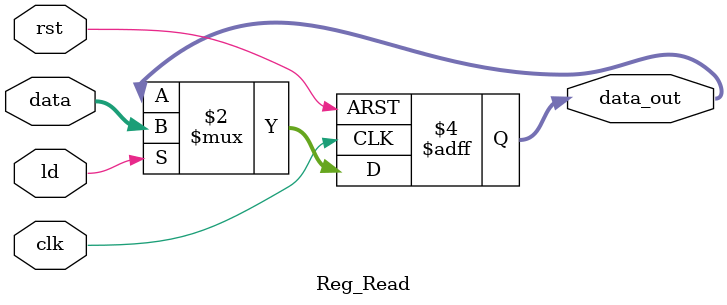
<source format=v>
module Sram_Controller (
    input clk,
    input rst,

    input wr_en,
    input rd_en,
    input [31:0] address,
    input [31:0] writeData,
    input cache_hit,
    output [63:0] readData,

    output reg ready,

    inout [15:0] SRAM_DQ,
    output reg [17:0] SRAM_ADDR,
    
    output SRAM_UB_N,
    output SRAM_LB_N,
    output reg  SRAM_WE_N,
    output  SRAM_CE_N,
    output  SRAM_OE_N
);

localparam IDLE = 3'b000, READ1 = 3'b001, READ2 = 3'b010, S3_READ = 3'b011, S4_READ=3'b100;
localparam WRITE1 = 3'b101, WRITE2 = 3'b110, S3_WRITE = 3'b111;
assign {SRAM_LB_N, SRAM_UB_N, SRAM_CE_N, SRAM_OE_N} = 4'b0000;


reg [2:0] ns, ps;

reg inc;
wire CO;
Count6 C6(clk, rst, inc, CO);

reg ld1, ld2, ld3, ld4;

Reg_Read RR1(clk, rst, ld1, SRAM_DQ, readData[15:0]);
Reg_Read RR2(clk, rst, ld2, SRAM_DQ, readData[31:16]);
Reg_Read RR3(clk, rst, ld3, SRAM_DQ, readData[47:32]);
Reg_Read RR4(clk, rst, ld4, SRAM_DQ, readData[63:48]);


always @(*) begin
    ns = IDLE;
    case (ps)
        IDLE: ns = cache_hit ? IDLE : 
                   rd_en? READ1 :
                   wr_en? WRITE1: IDLE;

        READ1:  ns = READ2;
        READ2:  ns = S3_READ ;
        S3_READ:  ns = S4_READ;
        S4_READ:  ns = CO ? IDLE : S4_READ;


        WRITE1:  ns =  WRITE2;
        WRITE2:  ns =  S3_WRITE;
        S3_WRITE:  ns =  CO ? IDLE : S3_WRITE;
        default : ns = IDLE;
    endcase
end



always @(posedge clk, posedge rst) begin
    if (rst)
        ps <= 3'b0;
    else 
        ps <= ns;

end

always @(*) begin
    ready = 1'b0;
    //SRAM_DQ = 16'bz;
    SRAM_WE_N = 1'b1;
    inc = 1'b0;
    SRAM_ADDR = 18'b0;
    ld1 = 1'b0;
    ld2 = 1'b0;
    ld3 = 1'b0;
    ld4 = 1'b0;
    //readData_1 = 32'b0;
    case(ps)
        IDLE : begin 
            ready = ~(wr_en || rd_en);
        end
        READ1 : begin
            ld1 = 1'b1;
			inc = 1'b1;
            SRAM_WE_N = 1'b1;
            SRAM_ADDR = {address[18 : 3], 2'b00};

        end
        READ2 : begin
            ld2 = 1'b1;
            inc = 1'b1;
            SRAM_WE_N = 1'b1;
            SRAM_ADDR = {address[18 : 3], 2'b01};
        end

        S3_READ : begin
            ld3=1'b1;
            inc = 1'b1;
            SRAM_WE_N = 1'b1;
            SRAM_ADDR = {address[18 : 3], 2'b10};
        end
        S4_READ : begin
            ld4=1'b1;
            inc = 1'b1;
            SRAM_WE_N = 1'b1;
            SRAM_ADDR = {address[18 : 3], 2'b11};
            ready = CO;
        end
        WRITE1 : begin
            inc = 1'b1;
            SRAM_WE_N = 1'b0;
            SRAM_ADDR = {address[18 : 2], 1'b0};
            //SRAM_DQ = writeData[15 : 0];

        end
        WRITE2 : begin
            inc = 1'b1;
            SRAM_WE_N = 1'b0;
            SRAM_ADDR = {address[18 : 2], 1'b1};
            //SRAM_DQ = writeData[31 : 16];
        end
        S3_WRITE : begin
            inc = 1'b1;
            ready = CO;
        end

    endcase
end

    assign SRAM_DQ = (ps == WRITE1)? writeData[15 : 0] :
                     (ps == WRITE2)? writeData[31 : 16] : 16'bz;

endmodule

module Count6(input clk, rst, inc, output CO);
    reg [2:0] counter = 3'b0;
    always @(posedge clk, posedge rst) begin
		  if(rst) counter <= 3'b000;
        else if (counter == 3'b100)
            counter <= 3'b000;
        else if (inc)
            counter <= counter + 3'b001;
    end
    assign CO = (counter == 3'b100);

endmodule 

module Reg_Read(input clk, rst, ld, input [15:0] data, output reg [15:0] data_out);
    always @(posedge clk, posedge rst) begin
        if (rst)
            data_out <= 16'b0;
        else if (ld)
            data_out[15:0] <= data;
        
    end


endmodule
</source>
